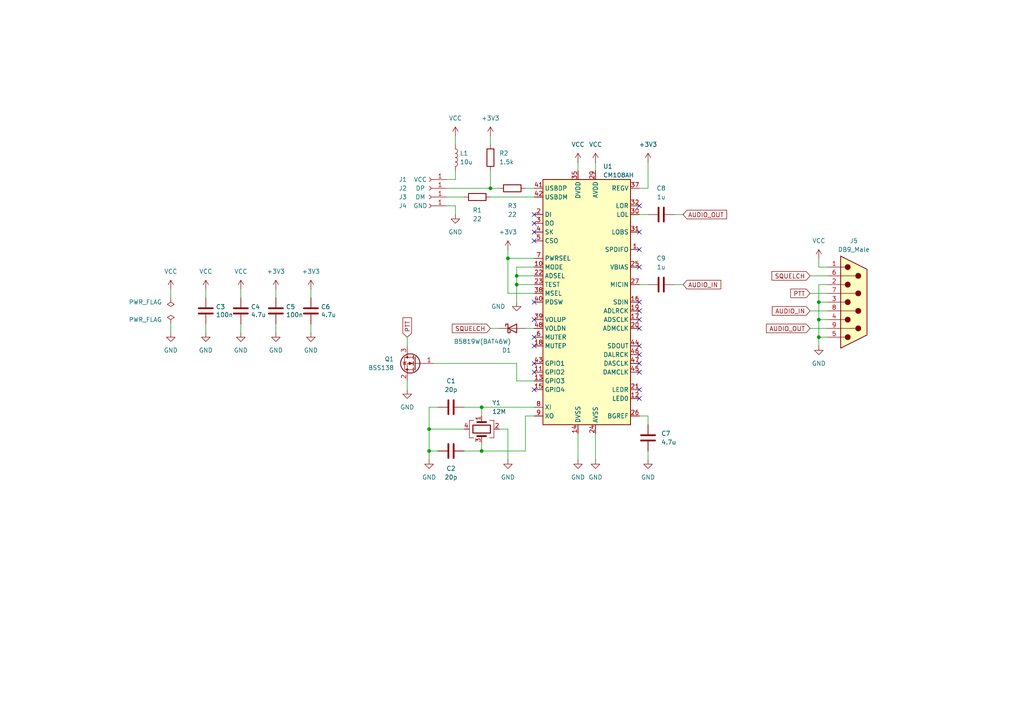
<source format=kicad_sch>
(kicad_sch (version 20231120) (generator "eeschema") (generator_version "8.0")
  (paper "A4")
  (title_block (title "Mini USB Radio Interface") (date "2024-05-01") (rev "0.1.1") (company "Robin Olejnik") (comment 2 "License: MIT") (comment 3 "www.robinolejnik.com") (comment 4 "https://github.com/robinolejnik/mini-usb-radio-interface"))
  (lib_symbols
    (symbol "Cmedia_USB_Audio:CM108AH"
      (property "Reference" "U" (at 0 1.27 0))
      (property "Value" "CM108AH" (at 0 -1.27 0))
      (symbol "CM108AH_1_1"
        (rectangle (start -12.7 35.56) (end 12.7 -35.56) (stroke (width 0.254)) (fill (type background)))
        (pin output line (at 15.24 15.24 180) (length 2.54) (name "SPDIFO") (number "1"))
        (pin input line (at -15.24 10.16 0) (length 2.54) (name "MODE") (number "10"))
        (pin bidirectional line (at -15.24 -20.32 0) (length 2.54) (name "GPIO2") (number "11"))
        (pin output line (at 15.24 -27.94 180) (length 2.54) (name "LED0") (number "12"))
        (pin bidirectional line (at -15.24 -22.86 0) (length 2.54) (name "GPIO3") (number "13"))
        (pin power_in line (at -2.54 -38.1 90) (length 2.54) (name "DVSS") (number "14"))
        (pin bidirectional line (at -15.24 -25.4 0) (length 2.54) (name "GPIO4") (number "15"))
        (pin bidirectional line (at 15.24 0 180) (length 2.54) (name "SDIN") (number "16"))
        (pin bidirectional line (at 15.24 -5.08 180) (length 2.54) (name "ADSCLK") (number "17"))
        (pin input line (at -15.24 -12.7 0) (length 2.54) (name "MUTEP") (number "18"))
        (pin output line (at 15.24 -2.54 180) (length 2.54) (name "ADLRCK") (number "19"))
        (pin bidirectional line (at -15.24 25.4 0) (length 2.54) (name "DI") (number "2"))
        (pin bidirectional line (at 15.24 -7.62 180) (length 2.54) (name "ADMCLK") (number "20"))
        (pin output line (at 15.24 -25.4 180) (length 2.54) (name "LEDR") (number "21"))
        (pin input line (at -15.24 7.62 0) (length 2.54) (name "ADSEL") (number "22"))
        (pin input line (at -15.24 5.08 0) (length 2.54) (name "TEST") (number "23"))
        (pin power_in line (at 2.54 -38.1 90) (length 2.54) (name "AVSS") (number "24"))
        (pin output line (at 15.24 10.16 180) (length 2.54) (name "VBIAS") (number "25"))
        (pin passive line (at 15.24 -33.02 180) (length 2.54) (name "BGREF") (number "26"))
        (pin input line (at 15.24 5.08 180) (length 2.54) (name "MICIN") (number "27"))
        (pin no_connect line (at 15.24 30.48 180) (length 2.54) hide (name "N.C.") (number "28"))
        (pin power_in line (at 2.54 38.1 270) (length 2.54) (name "AVDD") (number "29"))
        (pin output line (at -15.24 22.86 0) (length 2.54) (name "DO") (number "3"))
        (pin output line (at 15.24 25.4 180) (length 2.54) (name "LOL") (number "30"))
        (pin output line (at 15.24 20.32 180) (length 2.54) (name "LOBS") (number "31"))
        (pin output line (at 15.24 27.94 180) (length 2.54) (name "LOR") (number "32"))
        (pin passive line (at 2.54 -38.1 90) (length 2.54) hide (name "AVSS") (number "33"))
        (pin passive line (at 2.54 38.1 270) (length 2.54) hide (name "AVDD") (number "34"))
        (pin power_in line (at -2.54 38.1 270) (length 2.54) (name "DVDD") (number "35"))
        (pin passive line (at -2.54 -38.1 90) (length 2.54) hide (name "DVSS") (number "36"))
        (pin power_out line (at 15.24 33.02 180) (length 2.54) (name "REGV") (number "37"))
        (pin input line (at -15.24 2.54 0) (length 2.54) (name "MSEL") (number "38"))
        (pin input line (at -15.24 -5.08 0) (length 2.54) (name "VOLUP") (number "39"))
        (pin output line (at -15.24 20.32 0) (length 2.54) (name "SK") (number "4"))
        (pin output line (at -15.24 0 0) (length 2.54) (name "PDSW") (number "40"))
        (pin bidirectional line (at -15.24 33.02 0) (length 2.54) (name "USBDP") (number "41"))
        (pin bidirectional line (at -15.24 30.48 0) (length 2.54) (name "USBDM") (number "42"))
        (pin bidirectional line (at -15.24 -17.78 0) (length 2.54) (name "GPIO1") (number "43"))
        (pin output line (at 15.24 -12.7 180) (length 2.54) (name "SDOUT") (number "44"))
        (pin output line (at 15.24 -20.32 180) (length 2.54) (name "DAMCLK") (number "45"))
        (pin output line (at 15.24 -15.24 180) (length 2.54) (name "DALRCK") (number "46"))
        (pin output line (at 15.24 -17.78 180) (length 2.54) (name "DASCLK") (number "47"))
        (pin input line (at -15.24 -7.62 0) (length 2.54) (name "VOLDN") (number "48"))
        (pin output line (at -15.24 17.78 0) (length 2.54) (name "CSO") (number "5"))
        (pin input line (at -15.24 -10.16 0) (length 2.54) (name "MUTER") (number "6"))
        (pin input line (at -15.24 12.7 0) (length 2.54) (name "PWRSEL") (number "7"))
        (pin input line (at -15.24 -30.48 0) (length 2.54) (name "XI") (number "8"))
        (pin output line (at -15.24 -33.02 0) (length 2.54) (name "XO") (number "9"))
      )
    )
    (symbol "Connector:Conn_01x01_Socket" (pin_names (offset 1.016) hide)
      (property "Reference" "J" (at 0 2.54 0))
      (property "Value" "Conn_01x01_Socket" (at 0 -2.54 0))
      (symbol "Conn_01x01_Socket_1_1"
        (polyline (pts (xy -1.27 0) (xy -0.508 0)) (stroke (width 0.1524)))
        (arc (start 0 0.508) (mid -0.5058 0) (end 0 -0.508) (stroke (width 0.1524)))
        (pin passive line (at -5.08 0 0) (length 3.81) (name "Pin_1") (number "1"))
      )
    )
    (symbol "Connector:DE9_Plug" (pin_names (offset 1.016) hide)
      (property "Reference" "J" (at 0 13.97 0))
      (property "Value" "DE9_Plug" (at 0 -14.605 0))
      (symbol "DE9_Plug_0_1"
        (circle (center -1.778 -10.16) (radius 0.762) (fill (type outline)))
        (circle (center -1.778 -5.08) (radius 0.762) (fill (type outline)))
        (circle (center -1.778 0) (radius 0.762) (fill (type outline)))
        (circle (center -1.778 5.08) (radius 0.762) (fill (type outline)))
        (circle (center -1.778 10.16) (radius 0.762) (fill (type outline)))
        (polyline (pts (xy -3.81 -10.16) (xy -2.54 -10.16)))
        (polyline (pts (xy -3.81 -7.62) (xy 0.508 -7.62)))
        (polyline (pts (xy -3.81 -5.08) (xy -2.54 -5.08)))
        (polyline (pts (xy -3.81 -2.54) (xy 0.508 -2.54)))
        (polyline (pts (xy -3.81 0) (xy -2.54 0)))
        (polyline (pts (xy -3.81 2.54) (xy 0.508 2.54)))
        (polyline (pts (xy -3.81 5.08) (xy -2.54 5.08)))
        (polyline (pts (xy -3.81 7.62) (xy 0.508 7.62)))
        (polyline (pts (xy -3.81 10.16) (xy -2.54 10.16)))
        (polyline (pts (xy -3.81 -13.335) (xy -3.81 13.335) (xy 3.81 9.525) (xy 3.81 -9.525) (xy -3.81 -13.335)) (stroke (width 0.254)) (fill (type background)))
        (circle (center 1.27 -7.62) (radius 0.762) (fill (type outline)))
        (circle (center 1.27 -2.54) (radius 0.762) (fill (type outline)))
        (circle (center 1.27 2.54) (radius 0.762) (fill (type outline)))
        (circle (center 1.27 7.62) (radius 0.762) (fill (type outline)))
      )
      (symbol "DE9_Plug_1_1"
        (pin passive line (at -7.62 -10.16 0) (length 3.81) (name "1") (number "1"))
        (pin passive line (at -7.62 -5.08 0) (length 3.81) (name "2") (number "2"))
        (pin passive line (at -7.62 0 0) (length 3.81) (name "3") (number "3"))
        (pin passive line (at -7.62 5.08 0) (length 3.81) (name "4") (number "4"))
        (pin passive line (at -7.62 10.16 0) (length 3.81) (name "5") (number "5"))
        (pin passive line (at -7.62 -7.62 0) (length 3.81) (name "6") (number "6"))
        (pin passive line (at -7.62 -2.54 0) (length 3.81) (name "7") (number "7"))
        (pin passive line (at -7.62 2.54 0) (length 3.81) (name "8") (number "8"))
        (pin passive line (at -7.62 7.62 0) (length 3.81) (name "9") (number "9"))
      )
    )
    (symbol "Device:C" (pin_numbers hide) (pin_names (offset 0.254))
      (property "Reference" "C" (at 0.635 2.54 0))
      (property "Value" "C" (at 0.635 -2.54 0))
      (symbol "C_0_1"
        (polyline (pts (xy -2.032 -0.762) (xy 2.032 -0.762)) (stroke (width 0.508)))
        (polyline (pts (xy -2.032 0.762) (xy 2.032 0.762)) (stroke (width 0.508)))
      )
      (symbol "C_1_1"
        (pin passive line (at 0 3.81 270) (length 2.794) (name "~") (number "1"))
        (pin passive line (at 0 -3.81 90) (length 2.794) (name "~") (number "2"))
      )
    )
    (symbol "Device:Crystal_GND24" (pin_names (offset 1.016) hide)
      (property "Reference" "Y" (at 3.175 5.08 0))
      (property "Value" "Crystal_GND24" (at 3.175 3.175 0))
      (symbol "Crystal_GND24_0_1"
        (rectangle (start -1.143 2.54) (end 1.143 -2.54) (stroke (width 0.3048)))
        (polyline (pts (xy -2.54 0) (xy -2.032 0)))
        (polyline (pts (xy -2.032 -1.27) (xy -2.032 1.27)) (stroke (width 0.508)))
        (polyline (pts (xy 0 -3.81) (xy 0 -3.556)))
        (polyline (pts (xy 0 3.556) (xy 0 3.81)))
        (polyline (pts (xy 2.032 -1.27) (xy 2.032 1.27)) (stroke (width 0.508)))
        (polyline (pts (xy 2.032 0) (xy 2.54 0)))
        (polyline (pts (xy -2.54 -2.286) (xy -2.54 -3.556) (xy 2.54 -3.556) (xy 2.54 -2.286)))
        (polyline (pts (xy -2.54 2.286) (xy -2.54 3.556) (xy 2.54 3.556) (xy 2.54 2.286)))
      )
      (symbol "Crystal_GND24_1_1"
        (pin passive line (at -3.81 0 0) (length 1.27) (name "1") (number "1"))
        (pin passive line (at 0 5.08 270) (length 1.27) (name "2") (number "2"))
        (pin passive line (at 3.81 0 180) (length 1.27) (name "3") (number "3"))
        (pin passive line (at 0 -5.08 90) (length 1.27) (name "4") (number "4"))
      )
    )
    (symbol "Device:D_Schottky" (pin_numbers hide) (pin_names (offset 1.016) hide)
      (property "Reference" "D" (at 0 2.54 0))
      (property "Value" "D_Schottky" (at 0 -2.54 0))
      (symbol "D_Schottky_0_1"
        (polyline (pts (xy 1.27 0) (xy -1.27 0)))
        (polyline (pts (xy 1.27 1.27) (xy 1.27 -1.27) (xy -1.27 0) (xy 1.27 1.27)) (stroke (width 0.254)))
        (polyline (pts (xy -1.905 0.635) (xy -1.905 1.27) (xy -1.27 1.27) (xy -1.27 -1.27) (xy -0.635 -1.27) (xy -0.635 -0.635)) (stroke (width 0.254)))
      )
      (symbol "D_Schottky_1_1"
        (pin passive line (at -3.81 0 0) (length 2.54) (name "K") (number "1"))
        (pin passive line (at 3.81 0 180) (length 2.54) (name "A") (number "2"))
      )
    )
    (symbol "Device:L" (pin_numbers hide) (pin_names (offset 1.016) hide)
      (property "Reference" "L" (at -1.27 0 90))
      (property "Value" "L" (at 1.905 0 90))
      (symbol "L_0_1"
        (arc (start 0 -2.54) (mid 0.6323 -1.905) (end 0 -1.27))
        (arc (start 0 -1.27) (mid 0.6323 -0.635) (end 0 0))
        (arc (start 0 0) (mid 0.6323 0.635) (end 0 1.27))
        (arc (start 0 1.27) (mid 0.6323 1.905) (end 0 2.54))
      )
      (symbol "L_1_1"
        (pin passive line (at 0 3.81 270) (length 1.27) (name "1") (number "1"))
        (pin passive line (at 0 -3.81 90) (length 1.27) (name "2") (number "2"))
      )
    )
    (symbol "Device:R" (pin_numbers hide) (pin_names (offset 0))
      (property "Reference" "R" (at 2.032 0 90))
      (property "Value" "R" (at 0 0 90))
      (symbol "R_0_1"
        (rectangle (start -1.016 -2.54) (end 1.016 2.54) (stroke (width 0.254)))
      )
      (symbol "R_1_1"
        (pin passive line (at 0 3.81 270) (length 1.27) (name "~") (number "1"))
        (pin passive line (at 0 -3.81 90) (length 1.27) (name "~") (number "2"))
      )
    )
    (symbol "Transistor_FET:BSS138" (pin_names hide)
      (property "Reference" "Q" (at 5.08 1.905 0))
      (property "Value" "BSS138" (at 5.08 0 0))
      (symbol "BSS138_0_1"
        (polyline (pts (xy 0.254 0) (xy -2.54 0)))
        (polyline (pts (xy 0.254 1.905) (xy 0.254 -1.905)) (stroke (width 0.254)))
        (polyline (pts (xy 0.762 -1.27) (xy 0.762 -2.286)) (stroke (width 0.254)))
        (polyline (pts (xy 0.762 0.508) (xy 0.762 -0.508)) (stroke (width 0.254)))
        (polyline (pts (xy 0.762 2.286) (xy 0.762 1.27)) (stroke (width 0.254)))
        (polyline (pts (xy 2.54 2.54) (xy 2.54 1.778)))
        (polyline (pts (xy 2.54 -2.54) (xy 2.54 0) (xy 0.762 0)))
        (polyline (pts (xy 0.762 -1.778) (xy 3.302 -1.778) (xy 3.302 1.778) (xy 0.762 1.778)))
        (polyline (pts (xy 1.016 0) (xy 2.032 0.381) (xy 2.032 -0.381) (xy 1.016 0)) (fill (type outline)))
        (polyline (pts (xy 2.794 0.508) (xy 2.921 0.381) (xy 3.683 0.381) (xy 3.81 0.254)))
        (polyline (pts (xy 3.302 0.381) (xy 2.921 -0.254) (xy 3.683 -0.254) (xy 3.302 0.381)))
        (circle (center 1.651 0) (radius 2.794) (stroke (width 0.254)))
        (circle (center 2.54 -1.778) (radius 0.254) (fill (type outline)))
        (circle (center 2.54 1.778) (radius 0.254) (fill (type outline)))
      )
      (symbol "BSS138_1_1"
        (pin input line (at -5.08 0 0) (length 2.54) (name "G") (number "1"))
        (pin passive line (at 2.54 -5.08 90) (length 2.54) (name "S") (number "2"))
        (pin passive line (at 2.54 5.08 270) (length 2.54) (name "D") (number "3"))
      )
    )
    (symbol "power:+3V3" (power) (pin_numbers hide) (pin_names (offset 0) hide)
      (property "Value" "+3V3" (at 0 3.556 0))
      (symbol "+3V3_0_1"
        (polyline (pts (xy -0.762 1.27) (xy 0 2.54)))
        (polyline (pts (xy 0 0) (xy 0 2.54)))
        (polyline (pts (xy 0 2.54) (xy 0.762 1.27)))
      )
      (symbol "+3V3_1_1"
        (pin power_in line (at 0 0 90) (length 0) (name "~") (number "1"))
      )
    )
    (symbol "power:GND" (power) (pin_numbers hide) (pin_names (offset 0) hide)
      (property "Value" "GND" (at 0 -3.81 0))
      (symbol "GND_0_1"
        (polyline (pts (xy 0 0) (xy 0 -1.27) (xy 1.27 -1.27) (xy 0 -2.54) (xy -1.27 -1.27) (xy 0 -1.27)))
      )
      (symbol "GND_1_1"
        (pin power_in line (at 0 0 270) (length 0) (name "~") (number "1"))
      )
    )
    (symbol "power:PWR_FLAG" (power) (pin_numbers hide) (pin_names (offset 0) hide)
      (property "Value" "PWR_FLAG" (at 0 3.81 0))
      (symbol "PWR_FLAG_0_0"
        (pin power_out line (at 0 0 90) (length 0) (name "~") (number "1"))
      )
      (symbol "PWR_FLAG_0_1"
        (polyline (pts (xy 0 0) (xy 0 1.27) (xy -1.016 1.905) (xy 0 2.54) (xy 1.016 1.905) (xy 0 1.27)))
      )
    )
    (symbol "power:VCC" (power) (pin_numbers hide) (pin_names (offset 0) hide)
      (property "Value" "VCC" (at 0 3.556 0))
      (symbol "VCC_0_1"
        (polyline (pts (xy -0.762 1.27) (xy 0 2.54)))
        (polyline (pts (xy 0 0) (xy 0 2.54)))
        (polyline (pts (xy 0 2.54) (xy 0.762 1.27)))
      )
      (symbol "VCC_1_1"
        (pin power_in line (at 0 0 90) (length 0) (name "~") (number "1"))
      )
    )
  )
  (junction (at 149.86 82.55))
  (junction (at 139.7 118.11))
  (junction (at 147.32 74.93))
  (junction (at 142.24 54.61))
  (junction (at 237.49 87.63))
  (junction (at 237.49 97.79))
  (junction (at 237.49 92.71))
  (junction (at 124.46 130.81))
  (junction (at 139.7 130.81))
  (junction (at 149.86 80.01))
  (junction (at 124.46 124.46))
  (no_connect (at 185.42 72.39))
  (no_connect (at 154.94 97.79))
  (no_connect (at 185.42 87.63))
  (no_connect (at 185.42 77.47))
  (no_connect (at 154.94 64.77))
  (no_connect (at 185.42 115.57))
  (no_connect (at 185.42 59.69))
  (no_connect (at 185.42 113.03))
  (no_connect (at 185.42 107.95))
  (no_connect (at 154.94 107.95))
  (no_connect (at 154.94 92.71))
  (no_connect (at 185.42 95.25))
  (no_connect (at 154.94 87.63))
  (no_connect (at 154.94 100.33))
  (no_connect (at 185.42 105.41))
  (no_connect (at 154.94 62.23))
  (no_connect (at 185.42 102.87))
  (no_connect (at 185.42 92.71))
  (no_connect (at 154.94 69.85))
  (no_connect (at 185.42 90.17))
  (no_connect (at 154.94 67.31))
  (no_connect (at 185.42 67.31))
  (no_connect (at 154.94 105.41))
  (no_connect (at 154.94 113.03))
  (no_connect (at 185.42 100.33))
  (wire (pts (xy 132.08 52.07) (xy 132.08 49.53)))
  (wire (pts (xy 69.85 96.52) (xy 69.85 93.98)))
  (wire (pts (xy 118.11 113.03) (xy 118.11 110.49)))
  (wire (pts (xy 240.03 82.55) (xy 237.49 82.55)))
  (wire (pts (xy 147.32 72.39) (xy 147.32 74.93)))
  (wire (pts (xy 167.64 125.73) (xy 167.64 133.35)))
  (wire (pts (xy 49.53 93.98) (xy 49.53 96.52)))
  (wire (pts (xy 149.86 80.01) (xy 149.86 82.55)))
  (wire (pts (xy 129.54 57.15) (xy 134.62 57.15)))
  (wire (pts (xy 234.95 80.01) (xy 240.03 80.01)))
  (wire (pts (xy 154.94 77.47) (xy 149.86 77.47)))
  (wire (pts (xy 118.11 97.79) (xy 118.11 100.33)))
  (wire (pts (xy 240.03 87.63) (xy 237.49 87.63)))
  (wire (pts (xy 142.24 39.37) (xy 142.24 41.91)))
  (wire (pts (xy 90.17 86.36) (xy 90.17 83.82)))
  (wire (pts (xy 187.96 82.55) (xy 185.42 82.55)))
  (wire (pts (xy 129.54 54.61) (xy 142.24 54.61)))
  (wire (pts (xy 152.4 130.81) (xy 139.7 130.81)))
  (wire (pts (xy 124.46 118.11) (xy 124.46 124.46)))
  (wire (pts (xy 187.96 62.23) (xy 185.42 62.23)))
  (wire (pts (xy 167.64 46.99) (xy 167.64 49.53)))
  (wire (pts (xy 234.95 90.17) (xy 240.03 90.17)))
  (wire (pts (xy 139.7 130.81) (xy 139.7 128.27)))
  (wire (pts (xy 147.32 74.93) (xy 154.94 74.93)))
  (wire (pts (xy 152.4 95.25) (xy 154.94 95.25)))
  (wire (pts (xy 149.86 80.01) (xy 154.94 80.01)))
  (wire (pts (xy 144.78 124.46) (xy 147.32 124.46)))
  (wire (pts (xy 152.4 120.65) (xy 152.4 130.81)))
  (wire (pts (xy 69.85 86.36) (xy 69.85 83.82)))
  (wire (pts (xy 234.95 85.09) (xy 240.03 85.09)))
  (wire (pts (xy 127 130.81) (xy 124.46 130.81)))
  (wire (pts (xy 80.01 96.52) (xy 80.01 93.98)))
  (wire (pts (xy 154.94 85.09) (xy 147.32 85.09)))
  (wire (pts (xy 187.96 123.19) (xy 187.96 120.65)))
  (wire (pts (xy 237.49 82.55) (xy 237.49 87.63)))
  (wire (pts (xy 237.49 92.71) (xy 237.49 97.79)))
  (wire (pts (xy 147.32 124.46) (xy 147.32 133.35)))
  (wire (pts (xy 149.86 82.55) (xy 149.86 87.63)))
  (wire (pts (xy 132.08 59.69) (xy 132.08 62.23)))
  (wire (pts (xy 187.96 54.61) (xy 185.42 54.61)))
  (wire (pts (xy 125.73 105.41) (xy 149.86 105.41)))
  (wire (pts (xy 142.24 54.61) (xy 144.78 54.61)))
  (wire (pts (xy 129.54 59.69) (xy 132.08 59.69)))
  (wire (pts (xy 132.08 39.37) (xy 132.08 41.91)))
  (wire (pts (xy 90.17 96.52) (xy 90.17 93.98)))
  (wire (pts (xy 152.4 120.65) (xy 154.94 120.65)))
  (wire (pts (xy 80.01 83.82) (xy 80.01 86.36)))
  (wire (pts (xy 139.7 118.11) (xy 154.94 118.11)))
  (wire (pts (xy 134.62 130.81) (xy 139.7 130.81)))
  (wire (pts (xy 147.32 85.09) (xy 147.32 74.93)))
  (wire (pts (xy 187.96 46.99) (xy 187.96 54.61)))
  (wire (pts (xy 127 118.11) (xy 124.46 118.11)))
  (wire (pts (xy 124.46 124.46) (xy 124.46 130.81)))
  (wire (pts (xy 129.54 52.07) (xy 132.08 52.07)))
  (wire (pts (xy 195.58 62.23) (xy 198.12 62.23)))
  (wire (pts (xy 240.03 92.71) (xy 237.49 92.71)))
  (wire (pts (xy 240.03 77.47) (xy 237.49 77.47)))
  (wire (pts (xy 172.72 46.99) (xy 172.72 49.53)))
  (wire (pts (xy 149.86 82.55) (xy 154.94 82.55)))
  (wire (pts (xy 139.7 118.11) (xy 139.7 120.65)))
  (wire (pts (xy 237.49 77.47) (xy 237.49 74.93)))
  (wire (pts (xy 237.49 97.79) (xy 237.49 100.33)))
  (wire (pts (xy 144.78 95.25) (xy 142.24 95.25)))
  (wire (pts (xy 134.62 124.46) (xy 124.46 124.46)))
  (wire (pts (xy 59.69 83.82) (xy 59.69 86.36)))
  (wire (pts (xy 149.86 105.41) (xy 149.86 110.49)))
  (wire (pts (xy 152.4 54.61) (xy 154.94 54.61)))
  (wire (pts (xy 234.95 95.25) (xy 240.03 95.25)))
  (wire (pts (xy 124.46 133.35) (xy 124.46 130.81)))
  (wire (pts (xy 195.58 82.55) (xy 198.12 82.55)))
  (wire (pts (xy 237.49 87.63) (xy 237.49 92.71)))
  (wire (pts (xy 134.62 118.11) (xy 139.7 118.11)))
  (wire (pts (xy 149.86 110.49) (xy 154.94 110.49)))
  (wire (pts (xy 142.24 49.53) (xy 142.24 54.61)))
  (wire (pts (xy 187.96 130.81) (xy 187.96 133.35)))
  (wire (pts (xy 149.86 77.47) (xy 149.86 80.01)))
  (wire (pts (xy 237.49 97.79) (xy 240.03 97.79)))
  (wire (pts (xy 142.24 57.15) (xy 154.94 57.15)))
  (wire (pts (xy 187.96 120.65) (xy 185.42 120.65)))
  (wire (pts (xy 49.53 83.82) (xy 49.53 86.36)))
  (wire (pts (xy 59.69 96.52) (xy 59.69 93.98)))
  (wire (pts (xy 172.72 125.73) (xy 172.72 133.35)))
  (global_label "SQUELCH" (shape input) (at 234.95 80.01 180) (property "Intersheetrefs" "${INTERSHEET_REFS}" (effects (hide yes))))
  (global_label "PTT" (shape input) (at 234.95 85.09 180) (property "Intersheetrefs" "${INTERSHEET_REFS}" (effects (hide yes))))
  (global_label "AUDIO_OUT" (shape input) (at 234.95 95.25 180) (property "Intersheetrefs" "${INTERSHEET_REFS}" (effects (hide yes))))
  (global_label "AUDIO_IN" (shape input) (at 198.12 82.55 0) (property "Intersheetrefs" "${INTERSHEET_REFS}" (effects (hide yes))))
  (global_label "AUDIO_OUT" (shape input) (at 198.12 62.23 0) (property "Intersheetrefs" "${INTERSHEET_REFS}" (effects (hide yes))))
  (global_label "AUDIO_IN" (shape input) (at 234.95 90.17 180) (property "Intersheetrefs" "${INTERSHEET_REFS}" (effects (hide yes))))
  (global_label "SQUELCH" (shape input) (at 142.24 95.25 180) (property "Intersheetrefs" "${INTERSHEET_REFS}" (effects (hide yes))))
  (global_label "PTT" (shape input) (at 118.11 97.79 90) (property "Intersheetrefs" "${INTERSHEET_REFS}" (effects (hide yes))))
  (symbol (lib_id "Device:R") (at 148.59 54.61 270) (unit 1)
    (property "Reference" "R3" (at 148.59 59.69 90))
    (property "Value" "22" (at 148.59 62.23 90))
    (property "Footprint" "Resistor_SMD:R_0603_1608Metric" (effects (hide yes)))
  )
  (symbol (lib_id "Device:R") (at 138.43 57.15 270) (unit 1)
    (property "Reference" "R1" (at 138.43 60.96 90))
    (property "Value" "22" (at 138.43 63.5 90))
    (property "Footprint" "Resistor_SMD:R_0603_1608Metric" (effects (hide yes)))
  )
  (symbol (lib_id "Device:R") (at 142.24 45.72 180) (unit 1)
    (property "Reference" "R2" (at 144.78 44.4499 0) (effects (justify right)))
    (property "Value" "1.5k" (at 144.78 46.9899 0) (effects (justify right)))
    (property "Footprint" "Resistor_SMD:R_0603_1608Metric" (effects (hide yes)))
  )
  (symbol (lib_id "Device:C") (at 130.81 130.81 270) (unit 1)
    (property "Reference" "C2" (at 130.81 135.89 90))
    (property "Value" "20p" (at 130.81 138.43 90))
    (property "Footprint" "Capacitor_SMD:C_0603_1608Metric" (effects (hide yes)))
  )
  (symbol (lib_id "Device:C") (at 130.81 118.11 270) (unit 1)
    (property "Reference" "C1" (at 130.81 110.49 90))
    (property "Value" "20p" (at 130.81 113.03 90))
    (property "Footprint" "Capacitor_SMD:C_0603_1608Metric" (effects (hide yes)))
  )
  (symbol (lib_id "Device:C") (at 187.96 127 0) (unit 1)
    (property "Reference" "C7" (at 191.77 125.7299 0) (effects (justify left)))
    (property "Value" "4.7u" (at 191.77 128.2699 0) (effects (justify left)))
    (property "Footprint" "Capacitor_SMD:C_0603_1608Metric" (effects (hide yes)))
  )
  (symbol (lib_id "power:GND") (at 187.96 133.35 0) (unit 1)
    (property "Reference" "#PWR025" (effects (hide yes)))
    (property "Value" "GND" (at 187.96 138.43 0))
    (property "Description" "Power symbol creates a global label with name \"GND\" , ground" (effects (hide yes)))
  )
  (symbol (lib_id "Device:C") (at 191.77 82.55 270) (unit 1)
    (property "Reference" "C9" (at 191.77 74.93 90))
    (property "Value" "1u" (at 191.77 77.47 90))
    (property "Footprint" "Capacitor_SMD:C_0603_1608Metric" (effects (hide yes)))
  )
  (symbol (lib_id "Connector:DE9_Plug") (at 247.65 87.63 0) (mirror x) (unit 1)
    (property "Reference" "J5" (at 247.65 69.85 0))
    (property "Value" "DB9_Male" (at 247.65 72.39 0))
    (property "Footprint" "Connector_Dsub:DSUB-9_Male_EdgeMount_P2.77mm" (effects (hide yes)))
    (property "Datasheet" " ~" (effects (hide yes)))
  )
  (symbol (lib_id "Device:Crystal_GND24") (at 139.7 124.46 270) (unit 1)
    (property "Reference" "Y1" (at 142.7165 116.84 90) (effects (justify left)))
    (property "Value" "12M" (at 142.7165 119.38 90) (effects (justify left)))
    (property "Footprint" "Crystal:Crystal_SMD_3225-4Pin_3.2x2.5mm" (effects (hide yes)))
  )
  (symbol (lib_id "power:GND") (at 147.32 133.35 0) (unit 1)
    (property "Reference" "#PWR016" (effects (hide yes)))
    (property "Value" "GND" (at 147.32 138.43 0))
    (property "Description" "Power symbol creates a global label with name \"GND\" , ground" (effects (hide yes)))
  )
  (symbol (lib_id "power:GND") (at 124.46 133.35 0) (unit 1)
    (property "Reference" "#PWR07" (effects (hide yes)))
    (property "Value" "GND" (at 124.46 138.43 0))
    (property "Description" "Power symbol creates a global label with name \"GND\" , ground" (effects (hide yes)))
  )
  (symbol (lib_id "Connector:Conn_01x01_Socket") (at 124.46 57.15 180) (unit 1)
    (property "Reference" "J3" (at 116.84 57.15 0))
    (property "Value" "DM" (at 121.92 57.15 0))
    (property "Footprint" "Connector_PinHeader_2.54mm:PinHeader_1x01_P2.54mm_Vertical" (effects (hide yes)))
  )
  (symbol (lib_id "Connector:Conn_01x01_Socket") (at 124.46 54.61 180) (unit 1)
    (property "Reference" "J2" (at 116.84 54.61 0))
    (property "Value" "DP" (at 121.92 54.61 0))
    (property "Footprint" "Connector_PinHeader_2.54mm:PinHeader_1x01_P2.54mm_Vertical" (effects (hide yes)))
  )
  (symbol (lib_id "Connector:Conn_01x01_Socket") (at 124.46 52.07 180) (unit 1)
    (property "Reference" "J1" (at 116.84 52.07 0))
    (property "Value" "VCC" (at 121.92 52.07 0))
    (property "Footprint" "Connector_PinHeader_2.54mm:PinHeader_1x01_P2.54mm_Vertical" (effects (hide yes)))
  )
  (symbol (lib_id "Connector:Conn_01x01_Socket") (at 124.46 59.69 180) (unit 1)
    (property "Reference" "J4" (at 116.84 59.69 0))
    (property "Value" "GND" (at 121.92 59.69 0))
    (property "Footprint" "Connector_PinHeader_2.54mm:PinHeader_1x01_P2.54mm_Vertical" (effects (hide yes)))
  )
  (symbol (lib_id "power:VCC") (at 132.08 39.37 0) (unit 1)
    (property "Reference" "#PWR010" (effects (hide yes)))
    (property "Value" "VCC" (at 132.08 34.29 0))
    (property "Description" "Power symbol creates a global label with name \"VCC\"" (effects (hide yes)))
  )
  (symbol (lib_id "power:GND") (at 132.08 62.23 0) (unit 1)
    (property "Reference" "#PWR011" (effects (hide yes)))
    (property "Value" "GND" (at 132.08 67.31 0))
    (property "Description" "Power symbol creates a global label with name \"GND\" , ground" (effects (hide yes)))
  )
  (symbol (lib_id "Transistor_FET:BSS138") (at 120.65 105.41 0) (mirror y) (unit 1)
    (property "Reference" "Q1" (at 114.3 104.1399 0) (effects (justify left)))
    (property "Value" "BSS138" (at 114.3 106.6799 0) (effects (justify left)))
    (property "Footprint" "Package_TO_SOT_SMD:SOT-23" (effects (hide yes)))
    (property "Datasheet" "https://www.fairchildsemi.com/datasheets/BS/BSS138.pdf" (effects (hide yes)))
  )
  (symbol (lib_id "power:GND") (at 118.11 113.03 0) (mirror y) (unit 1)
    (property "Reference" "#PWR026" (effects (hide yes)))
    (property "Value" "GND" (at 118.11 118.11 0))
    (property "Description" "Power symbol creates a global label with name \"GND\" , ground" (effects (hide yes)))
  )
  (symbol (lib_id "Device:D_Schottky") (at 148.59 95.25 0) (unit 1)
    (property "Reference" "D1" (at 148.2725 101.6 0) (effects (justify right)))
    (property "Value" "B5819W(BAT46W)" (at 148.2725 99.06 0) (effects (justify right)))
    (property "Footprint" "Diode_SMD:D_SOD-123" (effects (hide yes)))
    (property "LCSC" "C8598" (effects (hide yes)))
  )
  (symbol (lib_id "Device:L") (at 132.08 45.72 0) (unit 1)
    (property "Reference" "L1" (at 133.35 44.4499 0) (effects (justify left)))
    (property "Value" "10u" (at 133.35 46.9899 0) (effects (justify left)))
    (property "Footprint" "Inductor_SMD:L_0805_2012Metric" (effects (hide yes)))
  )
  (symbol (lib_id "Device:C") (at 80.01 90.17 0) (unit 1)
    (property "Reference" "C5" (at 82.931 89.0016 0) (effects (justify left)))
    (property "Value" "100n" (at 82.931 91.313 0) (effects (justify left)))
    (property "Footprint" "Capacitor_SMD:C_0603_1608Metric" (effects (hide yes)))
  )
  (symbol (lib_id "power:+3V3") (at 80.01 83.82 0) (unit 1)
    (property "Reference" "#PWR0101" (effects (hide yes)))
    (property "Value" "+3V3" (at 80.01 78.74 0))
    (property "Description" "Power symbol creates a global label with name \"+3V3\"" (effects (hide yes)))
  )
  (symbol (lib_id "power:GND") (at 80.01 96.52 0) (unit 1)
    (property "Reference" "#PWR0102" (effects (hide yes)))
    (property "Value" "GND" (at 80.01 101.6 0))
    (property "Description" "Power symbol creates a global label with name \"GND\" , ground" (effects (hide yes)))
  )
  (symbol (lib_id "power:+3V3") (at 142.24 39.37 0) (unit 1)
    (property "Reference" "#PWR014" (effects (hide yes)))
    (property "Value" "+3V3" (at 142.24 34.29 0))
    (property "Description" "Power symbol creates a global label with name \"+3V3\"" (effects (hide yes)))
  )
  (symbol (lib_id "power:+3V3") (at 90.17 83.82 0) (unit 1)
    (property "Reference" "#PWR012" (effects (hide yes)))
    (property "Value" "+3V3" (at 90.17 78.74 0))
    (property "Description" "Power symbol creates a global label with name \"+3V3\"" (effects (hide yes)))
  )
  (symbol (lib_id "Device:C") (at 90.17 90.17 0) (unit 1)
    (property "Reference" "C6" (at 93.091 89.0016 0) (effects (justify left)))
    (property "Value" "4.7u" (at 93.091 91.313 0) (effects (justify left)))
    (property "Footprint" "Capacitor_SMD:C_0603_1608Metric" (effects (hide yes)))
  )
  (symbol (lib_id "power:GND") (at 90.17 96.52 0) (unit 1)
    (property "Reference" "#PWR013" (effects (hide yes)))
    (property "Value" "GND" (at 90.17 101.6 0))
    (property "Description" "Power symbol creates a global label with name \"GND\" , ground" (effects (hide yes)))
  )
  (symbol (lib_id "Device:C") (at 69.85 90.17 0) (unit 1)
    (property "Reference" "C4" (at 72.771 89.0016 0) (effects (justify left)))
    (property "Value" "4.7u" (at 72.771 91.313 0) (effects (justify left)))
    (property "Footprint" "Capacitor_SMD:C_0603_1608Metric" (effects (hide yes)))
  )
  (symbol (lib_id "power:VCC") (at 59.69 83.82 0) (unit 1)
    (property "Reference" "#PWR03" (effects (hide yes)))
    (property "Value" "VCC" (at 59.69 78.74 0))
    (property "Description" "Power symbol creates a global label with name \"VCC\"" (effects (hide yes)))
  )
  (symbol (lib_id "Device:C") (at 59.69 90.17 0) (unit 1)
    (property "Reference" "C3" (at 62.611 89.0016 0) (effects (justify left)))
    (property "Value" "100n" (at 62.611 91.313 0) (effects (justify left)))
    (property "Footprint" "Capacitor_SMD:C_0603_1608Metric" (effects (hide yes)))
  )
  (symbol (lib_id "power:GND") (at 59.69 96.52 0) (unit 1)
    (property "Reference" "#PWR04" (effects (hide yes)))
    (property "Value" "GND" (at 59.69 101.6 0))
    (property "Description" "Power symbol creates a global label with name \"GND\" , ground" (effects (hide yes)))
  )
  (symbol (lib_id "power:VCC") (at 69.85 83.82 0) (unit 1)
    (property "Reference" "#PWR08" (effects (hide yes)))
    (property "Value" "VCC" (at 69.85 78.74 0))
    (property "Description" "Power symbol creates a global label with name \"VCC\"" (effects (hide yes)))
  )
  (symbol (lib_id "power:GND") (at 69.85 96.52 0) (unit 1)
    (property "Reference" "#PWR09" (effects (hide yes)))
    (property "Value" "GND" (at 69.85 101.6 0))
    (property "Description" "Power symbol creates a global label with name \"GND\" , ground" (effects (hide yes)))
  )
  (symbol (lib_id "Device:C") (at 191.77 62.23 270) (unit 1)
    (property "Reference" "C8" (at 191.77 54.61 90))
    (property "Value" "1u" (at 191.77 57.15 90))
    (property "Footprint" "Capacitor_SMD:C_0603_1608Metric" (effects (hide yes)))
  )
  (symbol (lib_id "power:GND") (at 49.53 96.52 0) (unit 1)
    (property "Reference" "#PWR02" (effects (hide yes)))
    (property "Value" "GND" (at 49.53 101.6 0))
    (property "Description" "Power symbol creates a global label with name \"GND\" , ground" (effects (hide yes)))
  )
  (symbol (lib_id "power:PWR_FLAG") (at 49.53 93.98 0) (unit 1)
    (property "Reference" "#FLG02" (effects (hide yes)))
    (property "Value" "PWR_FLAG" (at 46.99 92.7099 0) (effects (justify right)))
    (property "Description" "Special symbol for telling ERC where power comes from" (effects (hide yes)))
  )
  (symbol (lib_id "power:PWR_FLAG") (at 49.53 86.36 180) (unit 1)
    (property "Reference" "#FLG01" (effects (hide yes)))
    (property "Value" "PWR_FLAG" (at 46.99 87.6299 0) (effects (justify left)))
    (property "Description" "Special symbol for telling ERC where power comes from" (effects (hide yes)))
  )
  (symbol (lib_id "power:VCC") (at 49.53 83.82 0) (unit 1)
    (property "Reference" "#PWR01" (effects (hide yes)))
    (property "Value" "VCC" (at 49.53 78.74 0))
    (property "Description" "Power symbol creates a global label with name \"VCC\"" (effects (hide yes)))
  )
  (symbol (lib_id "power:GND") (at 237.49 100.33 0) (unit 1)
    (property "Reference" "#PWR032" (effects (hide yes)))
    (property "Value" "GND" (at 237.49 105.41 0))
    (property "Description" "Power symbol creates a global label with name \"GND\" , ground" (effects (hide yes)))
  )
  (symbol (lib_id "power:VCC") (at 237.49 74.93 0) (unit 1)
    (property "Reference" "#PWR031" (effects (hide yes)))
    (property "Value" "VCC" (at 237.49 69.85 0))
    (property "Description" "Power symbol creates a global label with name \"VCC\"" (effects (hide yes)))
  )
  (symbol (lib_id "Cmedia_USB_Audio:CM108AH") (at 170.18 87.63 0) (unit 1)
    (property "Reference" "U1" (at 174.9141 48.26 0) (effects (justify left)))
    (property "Value" "CM108AH" (at 174.9141 50.8 0) (effects (justify left)))
    (property "Footprint" "Package_QFP:LQFP-48_7x7mm_P0.5mm" (effects (hide yes)))
    (property "Datasheet" "https://datasheet.lcsc.com/lcsc/1912111437_Cmedia-CM108AH_C371346.pdf" (effects (hide yes)))
    (property "Description" "Highly Integrated USB Audio I/O Controller" (effects (hide yes)))
  )
  (symbol (lib_id "power:GND") (at 167.64 133.35 0) (unit 1)
    (property "Reference" "#PWR029" (effects (hide yes)))
    (property "Value" "GND" (at 167.64 138.43 0))
    (property "Description" "Power symbol creates a global label with name \"GND\" , ground" (effects (hide yes)))
  )
  (symbol (lib_id "power:VCC") (at 167.64 46.99 0) (unit 1)
    (property "Reference" "#PWR05" (effects (hide yes)))
    (property "Value" "VCC" (at 167.64 41.91 0))
    (property "Description" "Power symbol creates a global label with name \"VCC\"" (effects (hide yes)))
  )
  (symbol (lib_id "power:GND") (at 149.86 87.63 0) (mirror y) (unit 1)
    (property "Reference" "#PWR030" (effects (hide yes)))
    (property "Value" "GND" (at 144.526 88.9 0))
    (property "Description" "Power symbol creates a global label with name \"GND\" , ground" (effects (hide yes)))
  )
  (symbol (lib_id "power:+3V3") (at 187.96 46.99 0) (unit 1)
    (property "Reference" "#PWR027" (effects (hide yes)))
    (property "Value" "+3V3" (at 187.96 41.91 0))
    (property "Description" "Power symbol creates a global label with name \"+3V3\"" (effects (hide yes)))
  )
  (symbol (lib_id "power:+3V3") (at 147.32 72.39 0) (unit 1)
    (property "Reference" "#PWR033" (effects (hide yes)))
    (property "Value" "+3V3" (at 147.32 67.31 0))
    (property "Description" "Power symbol creates a global label with name \"+3V3\"" (effects (hide yes)))
  )
  (symbol (lib_id "power:GND") (at 172.72 133.35 0) (unit 1)
    (property "Reference" "#PWR028" (effects (hide yes)))
    (property "Value" "GND" (at 172.72 138.43 0))
    (property "Description" "Power symbol creates a global label with name \"GND\" , ground" (effects (hide yes)))
  )
  (symbol (lib_id "power:VCC") (at 172.72 46.99 0) (unit 1)
    (property "Reference" "#PWR06" (effects (hide yes)))
    (property "Value" "VCC" (at 172.72 41.91 0))
    (property "Description" "Power symbol creates a global label with name \"VCC\"" (effects (hide yes)))
  )
)
</source>
